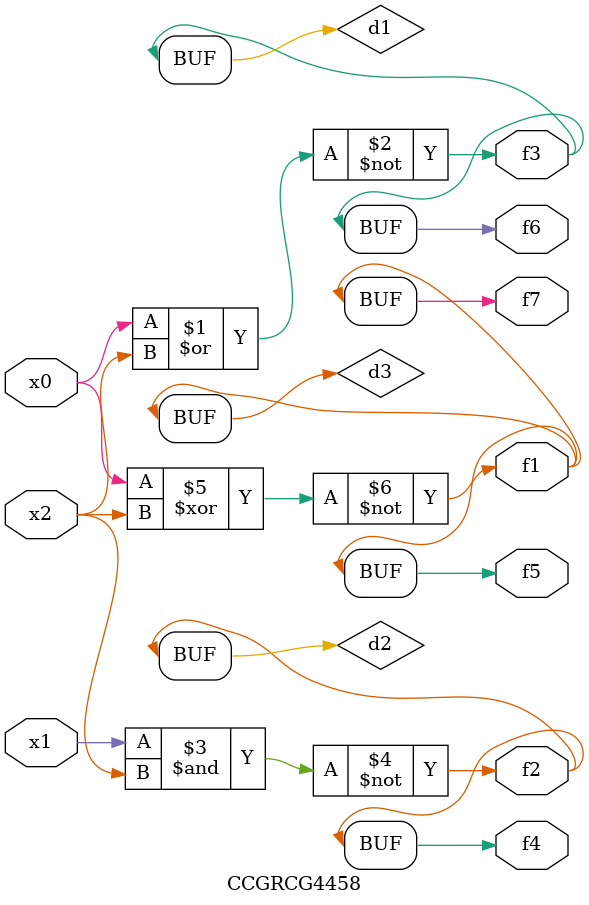
<source format=v>
module CCGRCG4458(
	input x0, x1, x2,
	output f1, f2, f3, f4, f5, f6, f7
);

	wire d1, d2, d3;

	nor (d1, x0, x2);
	nand (d2, x1, x2);
	xnor (d3, x0, x2);
	assign f1 = d3;
	assign f2 = d2;
	assign f3 = d1;
	assign f4 = d2;
	assign f5 = d3;
	assign f6 = d1;
	assign f7 = d3;
endmodule

</source>
